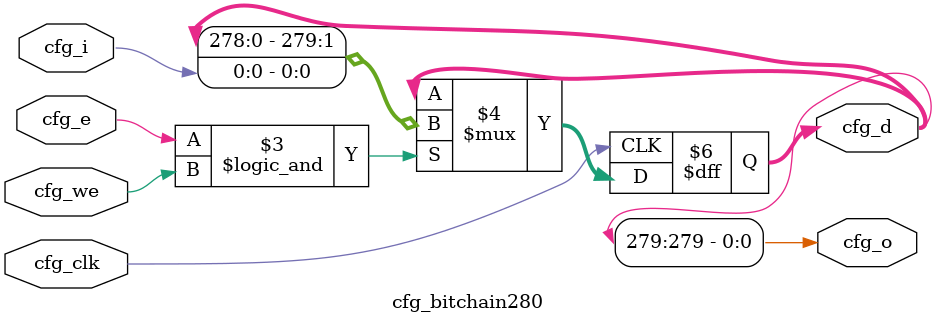
<source format=v>
module cfg_bitchain280 (
    input wire [0:0] cfg_clk,
    input wire [0:0] cfg_e,
    input wire [0:0] cfg_we,
    input wire [0:0] cfg_i,
    output reg [0:0] cfg_o,
    output reg [279:0] cfg_d
    );

    // combinational outputs
    always @* begin
        cfg_o = cfg_d[279];
    end

    always @(posedge cfg_clk) begin
        if (cfg_e && cfg_we) begin
            cfg_d <= {cfg_d, cfg_i};
        end
    end

endmodule

</source>
